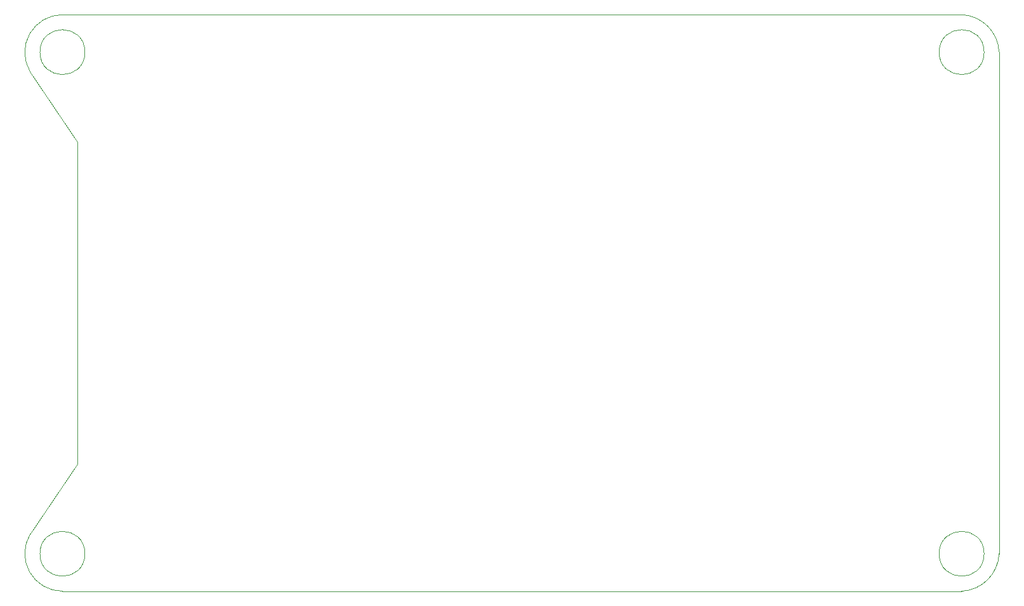
<source format=gm1>
%TF.GenerationSoftware,KiCad,Pcbnew,(6.0.10)*%
%TF.CreationDate,2025-05-12T09:08:37+02:00*%
%TF.ProjectId,Progetto Lidar,50726f67-6574-4746-9f20-4c696461722e,rev?*%
%TF.SameCoordinates,Original*%
%TF.FileFunction,Profile,NP*%
%FSLAX46Y46*%
G04 Gerber Fmt 4.6, Leading zero omitted, Abs format (unit mm)*
G04 Created by KiCad (PCBNEW (6.0.10)) date 2025-05-12 09:08:37*
%MOMM*%
%LPD*%
G01*
G04 APERTURE LIST*
%TA.AperFunction,Profile*%
%ADD10C,0.100000*%
%TD*%
G04 APERTURE END LIST*
D10*
X210000000Y-55000000D02*
G75*
G03*
X205000000Y-50000000I-5219600J-219600D01*
G01*
X80679989Y-119398538D02*
X87000000Y-110000000D01*
X88000000Y-122000000D02*
G75*
G03*
X88000000Y-122000000I-3000000J0D01*
G01*
X85000000Y-50000000D02*
X205000000Y-50000000D01*
X205000000Y-127000000D02*
G75*
G03*
X210000000Y-122000000I-241300J5241300D01*
G01*
X87000000Y-67000000D02*
X80679989Y-57601462D01*
X208000000Y-122000000D02*
G75*
G03*
X208000000Y-122000000I-3000000J0D01*
G01*
X87000000Y-67000000D02*
X87000000Y-110000000D01*
X85000000Y-127000000D02*
X205000000Y-127000000D01*
X208000000Y-55000000D02*
G75*
G03*
X208000000Y-55000000I-3000000J0D01*
G01*
X85000000Y-50000014D02*
G75*
G03*
X80679989Y-57601462I0J-5028286D01*
G01*
X210000000Y-122000000D02*
X210000000Y-55000000D01*
X80679977Y-119398531D02*
G75*
G03*
X85000000Y-127000000I4320023J-2573169D01*
G01*
X88000000Y-55000000D02*
G75*
G03*
X88000000Y-55000000I-3000000J0D01*
G01*
M02*

</source>
